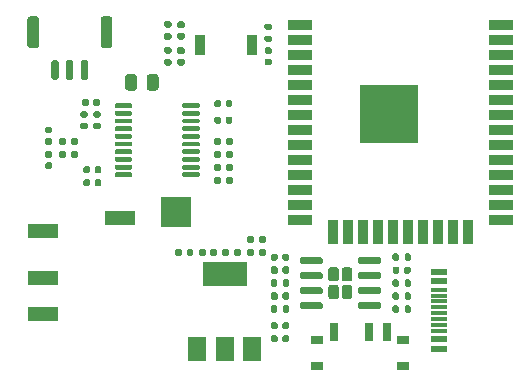
<source format=gbr>
%TF.GenerationSoftware,KiCad,Pcbnew,(5.1.8)-1*%
%TF.CreationDate,2021-11-13T22:26:41+08:00*%
%TF.ProjectId,wifiaudiorx,77696669-6175-4646-996f-72782e6b6963,rev?*%
%TF.SameCoordinates,Original*%
%TF.FileFunction,Paste,Top*%
%TF.FilePolarity,Positive*%
%FSLAX46Y46*%
G04 Gerber Fmt 4.6, Leading zero omitted, Abs format (unit mm)*
G04 Created by KiCad (PCBNEW (5.1.8)-1) date 2021-11-13 22:26:41*
%MOMM*%
%LPD*%
G01*
G04 APERTURE LIST*
%ADD10R,2.500000X1.200000*%
%ADD11R,0.900000X1.700000*%
%ADD12R,2.500000X2.500000*%
%ADD13R,1.450000X0.600000*%
%ADD14R,1.450000X0.300000*%
%ADD15R,1.000000X0.800000*%
%ADD16R,0.700000X1.500000*%
%ADD17R,2.000000X0.900000*%
%ADD18R,0.900000X2.000000*%
%ADD19R,5.000000X5.000000*%
%ADD20R,1.500000X2.000000*%
%ADD21R,3.800000X2.000000*%
G04 APERTURE END LIST*
D10*
%TO.C,J1*%
X91850000Y-124875000D03*
X91850000Y-121875000D03*
X91850000Y-117875000D03*
X98350000Y-116775000D03*
%TD*%
%TO.C,R19*%
G36*
G01*
X106860000Y-113415000D02*
X106860000Y-113785000D01*
G75*
G02*
X106725000Y-113920000I-135000J0D01*
G01*
X106455000Y-113920000D01*
G75*
G02*
X106320000Y-113785000I0J135000D01*
G01*
X106320000Y-113415000D01*
G75*
G02*
X106455000Y-113280000I135000J0D01*
G01*
X106725000Y-113280000D01*
G75*
G02*
X106860000Y-113415000I0J-135000D01*
G01*
G37*
G36*
G01*
X107880000Y-113415000D02*
X107880000Y-113785000D01*
G75*
G02*
X107745000Y-113920000I-135000J0D01*
G01*
X107475000Y-113920000D01*
G75*
G02*
X107340000Y-113785000I0J135000D01*
G01*
X107340000Y-113415000D01*
G75*
G02*
X107475000Y-113280000I135000J0D01*
G01*
X107745000Y-113280000D01*
G75*
G02*
X107880000Y-113415000I0J-135000D01*
G01*
G37*
%TD*%
%TO.C,R14*%
G36*
G01*
X99800000Y-104849999D02*
X99800000Y-105750001D01*
G75*
G02*
X99550001Y-106000000I-249999J0D01*
G01*
X99024999Y-106000000D01*
G75*
G02*
X98775000Y-105750001I0J249999D01*
G01*
X98775000Y-104849999D01*
G75*
G02*
X99024999Y-104600000I249999J0D01*
G01*
X99550001Y-104600000D01*
G75*
G02*
X99800000Y-104849999I0J-249999D01*
G01*
G37*
G36*
G01*
X101625000Y-104849999D02*
X101625000Y-105750001D01*
G75*
G02*
X101375001Y-106000000I-249999J0D01*
G01*
X100849999Y-106000000D01*
G75*
G02*
X100600000Y-105750001I0J249999D01*
G01*
X100600000Y-104849999D01*
G75*
G02*
X100849999Y-104600000I249999J0D01*
G01*
X101375001Y-104600000D01*
G75*
G02*
X101625000Y-104849999I0J-249999D01*
G01*
G37*
%TD*%
%TO.C,R12*%
G36*
G01*
X93760000Y-110115000D02*
X93760000Y-110485000D01*
G75*
G02*
X93625000Y-110620000I-135000J0D01*
G01*
X93355000Y-110620000D01*
G75*
G02*
X93220000Y-110485000I0J135000D01*
G01*
X93220000Y-110115000D01*
G75*
G02*
X93355000Y-109980000I135000J0D01*
G01*
X93625000Y-109980000D01*
G75*
G02*
X93760000Y-110115000I0J-135000D01*
G01*
G37*
G36*
G01*
X94780000Y-110115000D02*
X94780000Y-110485000D01*
G75*
G02*
X94645000Y-110620000I-135000J0D01*
G01*
X94375000Y-110620000D01*
G75*
G02*
X94240000Y-110485000I0J135000D01*
G01*
X94240000Y-110115000D01*
G75*
G02*
X94375000Y-109980000I135000J0D01*
G01*
X94645000Y-109980000D01*
G75*
G02*
X94780000Y-110115000I0J-135000D01*
G01*
G37*
%TD*%
%TO.C,U2*%
G36*
G01*
X103625000Y-107375000D02*
X103625000Y-107175000D01*
G75*
G02*
X103725000Y-107075000I100000J0D01*
G01*
X105000000Y-107075000D01*
G75*
G02*
X105100000Y-107175000I0J-100000D01*
G01*
X105100000Y-107375000D01*
G75*
G02*
X105000000Y-107475000I-100000J0D01*
G01*
X103725000Y-107475000D01*
G75*
G02*
X103625000Y-107375000I0J100000D01*
G01*
G37*
G36*
G01*
X103625000Y-108025000D02*
X103625000Y-107825000D01*
G75*
G02*
X103725000Y-107725000I100000J0D01*
G01*
X105000000Y-107725000D01*
G75*
G02*
X105100000Y-107825000I0J-100000D01*
G01*
X105100000Y-108025000D01*
G75*
G02*
X105000000Y-108125000I-100000J0D01*
G01*
X103725000Y-108125000D01*
G75*
G02*
X103625000Y-108025000I0J100000D01*
G01*
G37*
G36*
G01*
X103625000Y-108675000D02*
X103625000Y-108475000D01*
G75*
G02*
X103725000Y-108375000I100000J0D01*
G01*
X105000000Y-108375000D01*
G75*
G02*
X105100000Y-108475000I0J-100000D01*
G01*
X105100000Y-108675000D01*
G75*
G02*
X105000000Y-108775000I-100000J0D01*
G01*
X103725000Y-108775000D01*
G75*
G02*
X103625000Y-108675000I0J100000D01*
G01*
G37*
G36*
G01*
X103625000Y-109325000D02*
X103625000Y-109125000D01*
G75*
G02*
X103725000Y-109025000I100000J0D01*
G01*
X105000000Y-109025000D01*
G75*
G02*
X105100000Y-109125000I0J-100000D01*
G01*
X105100000Y-109325000D01*
G75*
G02*
X105000000Y-109425000I-100000J0D01*
G01*
X103725000Y-109425000D01*
G75*
G02*
X103625000Y-109325000I0J100000D01*
G01*
G37*
G36*
G01*
X103625000Y-109975000D02*
X103625000Y-109775000D01*
G75*
G02*
X103725000Y-109675000I100000J0D01*
G01*
X105000000Y-109675000D01*
G75*
G02*
X105100000Y-109775000I0J-100000D01*
G01*
X105100000Y-109975000D01*
G75*
G02*
X105000000Y-110075000I-100000J0D01*
G01*
X103725000Y-110075000D01*
G75*
G02*
X103625000Y-109975000I0J100000D01*
G01*
G37*
G36*
G01*
X103625000Y-110625000D02*
X103625000Y-110425000D01*
G75*
G02*
X103725000Y-110325000I100000J0D01*
G01*
X105000000Y-110325000D01*
G75*
G02*
X105100000Y-110425000I0J-100000D01*
G01*
X105100000Y-110625000D01*
G75*
G02*
X105000000Y-110725000I-100000J0D01*
G01*
X103725000Y-110725000D01*
G75*
G02*
X103625000Y-110625000I0J100000D01*
G01*
G37*
G36*
G01*
X103625000Y-111275000D02*
X103625000Y-111075000D01*
G75*
G02*
X103725000Y-110975000I100000J0D01*
G01*
X105000000Y-110975000D01*
G75*
G02*
X105100000Y-111075000I0J-100000D01*
G01*
X105100000Y-111275000D01*
G75*
G02*
X105000000Y-111375000I-100000J0D01*
G01*
X103725000Y-111375000D01*
G75*
G02*
X103625000Y-111275000I0J100000D01*
G01*
G37*
G36*
G01*
X103625000Y-111925000D02*
X103625000Y-111725000D01*
G75*
G02*
X103725000Y-111625000I100000J0D01*
G01*
X105000000Y-111625000D01*
G75*
G02*
X105100000Y-111725000I0J-100000D01*
G01*
X105100000Y-111925000D01*
G75*
G02*
X105000000Y-112025000I-100000J0D01*
G01*
X103725000Y-112025000D01*
G75*
G02*
X103625000Y-111925000I0J100000D01*
G01*
G37*
G36*
G01*
X103625000Y-112575000D02*
X103625000Y-112375000D01*
G75*
G02*
X103725000Y-112275000I100000J0D01*
G01*
X105000000Y-112275000D01*
G75*
G02*
X105100000Y-112375000I0J-100000D01*
G01*
X105100000Y-112575000D01*
G75*
G02*
X105000000Y-112675000I-100000J0D01*
G01*
X103725000Y-112675000D01*
G75*
G02*
X103625000Y-112575000I0J100000D01*
G01*
G37*
G36*
G01*
X103625000Y-113225000D02*
X103625000Y-113025000D01*
G75*
G02*
X103725000Y-112925000I100000J0D01*
G01*
X105000000Y-112925000D01*
G75*
G02*
X105100000Y-113025000I0J-100000D01*
G01*
X105100000Y-113225000D01*
G75*
G02*
X105000000Y-113325000I-100000J0D01*
G01*
X103725000Y-113325000D01*
G75*
G02*
X103625000Y-113225000I0J100000D01*
G01*
G37*
G36*
G01*
X97900000Y-113225000D02*
X97900000Y-113025000D01*
G75*
G02*
X98000000Y-112925000I100000J0D01*
G01*
X99275000Y-112925000D01*
G75*
G02*
X99375000Y-113025000I0J-100000D01*
G01*
X99375000Y-113225000D01*
G75*
G02*
X99275000Y-113325000I-100000J0D01*
G01*
X98000000Y-113325000D01*
G75*
G02*
X97900000Y-113225000I0J100000D01*
G01*
G37*
G36*
G01*
X97900000Y-112575000D02*
X97900000Y-112375000D01*
G75*
G02*
X98000000Y-112275000I100000J0D01*
G01*
X99275000Y-112275000D01*
G75*
G02*
X99375000Y-112375000I0J-100000D01*
G01*
X99375000Y-112575000D01*
G75*
G02*
X99275000Y-112675000I-100000J0D01*
G01*
X98000000Y-112675000D01*
G75*
G02*
X97900000Y-112575000I0J100000D01*
G01*
G37*
G36*
G01*
X97900000Y-111925000D02*
X97900000Y-111725000D01*
G75*
G02*
X98000000Y-111625000I100000J0D01*
G01*
X99275000Y-111625000D01*
G75*
G02*
X99375000Y-111725000I0J-100000D01*
G01*
X99375000Y-111925000D01*
G75*
G02*
X99275000Y-112025000I-100000J0D01*
G01*
X98000000Y-112025000D01*
G75*
G02*
X97900000Y-111925000I0J100000D01*
G01*
G37*
G36*
G01*
X97900000Y-111275000D02*
X97900000Y-111075000D01*
G75*
G02*
X98000000Y-110975000I100000J0D01*
G01*
X99275000Y-110975000D01*
G75*
G02*
X99375000Y-111075000I0J-100000D01*
G01*
X99375000Y-111275000D01*
G75*
G02*
X99275000Y-111375000I-100000J0D01*
G01*
X98000000Y-111375000D01*
G75*
G02*
X97900000Y-111275000I0J100000D01*
G01*
G37*
G36*
G01*
X97900000Y-110625000D02*
X97900000Y-110425000D01*
G75*
G02*
X98000000Y-110325000I100000J0D01*
G01*
X99275000Y-110325000D01*
G75*
G02*
X99375000Y-110425000I0J-100000D01*
G01*
X99375000Y-110625000D01*
G75*
G02*
X99275000Y-110725000I-100000J0D01*
G01*
X98000000Y-110725000D01*
G75*
G02*
X97900000Y-110625000I0J100000D01*
G01*
G37*
G36*
G01*
X97900000Y-109975000D02*
X97900000Y-109775000D01*
G75*
G02*
X98000000Y-109675000I100000J0D01*
G01*
X99275000Y-109675000D01*
G75*
G02*
X99375000Y-109775000I0J-100000D01*
G01*
X99375000Y-109975000D01*
G75*
G02*
X99275000Y-110075000I-100000J0D01*
G01*
X98000000Y-110075000D01*
G75*
G02*
X97900000Y-109975000I0J100000D01*
G01*
G37*
G36*
G01*
X97900000Y-109325000D02*
X97900000Y-109125000D01*
G75*
G02*
X98000000Y-109025000I100000J0D01*
G01*
X99275000Y-109025000D01*
G75*
G02*
X99375000Y-109125000I0J-100000D01*
G01*
X99375000Y-109325000D01*
G75*
G02*
X99275000Y-109425000I-100000J0D01*
G01*
X98000000Y-109425000D01*
G75*
G02*
X97900000Y-109325000I0J100000D01*
G01*
G37*
G36*
G01*
X97900000Y-108675000D02*
X97900000Y-108475000D01*
G75*
G02*
X98000000Y-108375000I100000J0D01*
G01*
X99275000Y-108375000D01*
G75*
G02*
X99375000Y-108475000I0J-100000D01*
G01*
X99375000Y-108675000D01*
G75*
G02*
X99275000Y-108775000I-100000J0D01*
G01*
X98000000Y-108775000D01*
G75*
G02*
X97900000Y-108675000I0J100000D01*
G01*
G37*
G36*
G01*
X97900000Y-108025000D02*
X97900000Y-107825000D01*
G75*
G02*
X98000000Y-107725000I100000J0D01*
G01*
X99275000Y-107725000D01*
G75*
G02*
X99375000Y-107825000I0J-100000D01*
G01*
X99375000Y-108025000D01*
G75*
G02*
X99275000Y-108125000I-100000J0D01*
G01*
X98000000Y-108125000D01*
G75*
G02*
X97900000Y-108025000I0J100000D01*
G01*
G37*
G36*
G01*
X97900000Y-107375000D02*
X97900000Y-107175000D01*
G75*
G02*
X98000000Y-107075000I100000J0D01*
G01*
X99275000Y-107075000D01*
G75*
G02*
X99375000Y-107175000I0J-100000D01*
G01*
X99375000Y-107375000D01*
G75*
G02*
X99275000Y-107475000I-100000J0D01*
G01*
X98000000Y-107475000D01*
G75*
G02*
X97900000Y-107375000I0J100000D01*
G01*
G37*
%TD*%
%TO.C,R16*%
G36*
G01*
X102215000Y-101140000D02*
X102585000Y-101140000D01*
G75*
G02*
X102720000Y-101275000I0J-135000D01*
G01*
X102720000Y-101545000D01*
G75*
G02*
X102585000Y-101680000I-135000J0D01*
G01*
X102215000Y-101680000D01*
G75*
G02*
X102080000Y-101545000I0J135000D01*
G01*
X102080000Y-101275000D01*
G75*
G02*
X102215000Y-101140000I135000J0D01*
G01*
G37*
G36*
G01*
X102215000Y-100120000D02*
X102585000Y-100120000D01*
G75*
G02*
X102720000Y-100255000I0J-135000D01*
G01*
X102720000Y-100525000D01*
G75*
G02*
X102585000Y-100660000I-135000J0D01*
G01*
X102215000Y-100660000D01*
G75*
G02*
X102080000Y-100525000I0J135000D01*
G01*
X102080000Y-100255000D01*
G75*
G02*
X102215000Y-100120000I135000J0D01*
G01*
G37*
%TD*%
%TO.C,R15*%
G36*
G01*
X102585000Y-102860000D02*
X102215000Y-102860000D01*
G75*
G02*
X102080000Y-102725000I0J135000D01*
G01*
X102080000Y-102455000D01*
G75*
G02*
X102215000Y-102320000I135000J0D01*
G01*
X102585000Y-102320000D01*
G75*
G02*
X102720000Y-102455000I0J-135000D01*
G01*
X102720000Y-102725000D01*
G75*
G02*
X102585000Y-102860000I-135000J0D01*
G01*
G37*
G36*
G01*
X102585000Y-103880000D02*
X102215000Y-103880000D01*
G75*
G02*
X102080000Y-103745000I0J135000D01*
G01*
X102080000Y-103475000D01*
G75*
G02*
X102215000Y-103340000I135000J0D01*
G01*
X102585000Y-103340000D01*
G75*
G02*
X102720000Y-103475000I0J-135000D01*
G01*
X102720000Y-103745000D01*
G75*
G02*
X102585000Y-103880000I-135000J0D01*
G01*
G37*
%TD*%
%TO.C,R4*%
G36*
G01*
X109660000Y-118415000D02*
X109660000Y-118785000D01*
G75*
G02*
X109525000Y-118920000I-135000J0D01*
G01*
X109255000Y-118920000D01*
G75*
G02*
X109120000Y-118785000I0J135000D01*
G01*
X109120000Y-118415000D01*
G75*
G02*
X109255000Y-118280000I135000J0D01*
G01*
X109525000Y-118280000D01*
G75*
G02*
X109660000Y-118415000I0J-135000D01*
G01*
G37*
G36*
G01*
X110680000Y-118415000D02*
X110680000Y-118785000D01*
G75*
G02*
X110545000Y-118920000I-135000J0D01*
G01*
X110275000Y-118920000D01*
G75*
G02*
X110140000Y-118785000I0J135000D01*
G01*
X110140000Y-118415000D01*
G75*
G02*
X110275000Y-118280000I135000J0D01*
G01*
X110545000Y-118280000D01*
G75*
G02*
X110680000Y-118415000I0J-135000D01*
G01*
G37*
%TD*%
%TO.C,R3*%
G36*
G01*
X110715000Y-101340000D02*
X111085000Y-101340000D01*
G75*
G02*
X111220000Y-101475000I0J-135000D01*
G01*
X111220000Y-101745000D01*
G75*
G02*
X111085000Y-101880000I-135000J0D01*
G01*
X110715000Y-101880000D01*
G75*
G02*
X110580000Y-101745000I0J135000D01*
G01*
X110580000Y-101475000D01*
G75*
G02*
X110715000Y-101340000I135000J0D01*
G01*
G37*
G36*
G01*
X110715000Y-100320000D02*
X111085000Y-100320000D01*
G75*
G02*
X111220000Y-100455000I0J-135000D01*
G01*
X111220000Y-100725000D01*
G75*
G02*
X111085000Y-100860000I-135000J0D01*
G01*
X110715000Y-100860000D01*
G75*
G02*
X110580000Y-100725000I0J135000D01*
G01*
X110580000Y-100455000D01*
G75*
G02*
X110715000Y-100320000I135000J0D01*
G01*
G37*
%TD*%
%TO.C,D4*%
G36*
G01*
X103672500Y-100710000D02*
X103327500Y-100710000D01*
G75*
G02*
X103180000Y-100562500I0J147500D01*
G01*
X103180000Y-100267500D01*
G75*
G02*
X103327500Y-100120000I147500J0D01*
G01*
X103672500Y-100120000D01*
G75*
G02*
X103820000Y-100267500I0J-147500D01*
G01*
X103820000Y-100562500D01*
G75*
G02*
X103672500Y-100710000I-147500J0D01*
G01*
G37*
G36*
G01*
X103672500Y-101680000D02*
X103327500Y-101680000D01*
G75*
G02*
X103180000Y-101532500I0J147500D01*
G01*
X103180000Y-101237500D01*
G75*
G02*
X103327500Y-101090000I147500J0D01*
G01*
X103672500Y-101090000D01*
G75*
G02*
X103820000Y-101237500I0J-147500D01*
G01*
X103820000Y-101532500D01*
G75*
G02*
X103672500Y-101680000I-147500J0D01*
G01*
G37*
%TD*%
%TO.C,D3*%
G36*
G01*
X103327500Y-103290000D02*
X103672500Y-103290000D01*
G75*
G02*
X103820000Y-103437500I0J-147500D01*
G01*
X103820000Y-103732500D01*
G75*
G02*
X103672500Y-103880000I-147500J0D01*
G01*
X103327500Y-103880000D01*
G75*
G02*
X103180000Y-103732500I0J147500D01*
G01*
X103180000Y-103437500D01*
G75*
G02*
X103327500Y-103290000I147500J0D01*
G01*
G37*
G36*
G01*
X103327500Y-102320000D02*
X103672500Y-102320000D01*
G75*
G02*
X103820000Y-102467500I0J-147500D01*
G01*
X103820000Y-102762500D01*
G75*
G02*
X103672500Y-102910000I-147500J0D01*
G01*
X103327500Y-102910000D01*
G75*
G02*
X103180000Y-102762500I0J147500D01*
G01*
X103180000Y-102467500D01*
G75*
G02*
X103327500Y-102320000I147500J0D01*
G01*
G37*
%TD*%
%TO.C,C1*%
G36*
G01*
X110730000Y-103300000D02*
X111070000Y-103300000D01*
G75*
G02*
X111210000Y-103440000I0J-140000D01*
G01*
X111210000Y-103720000D01*
G75*
G02*
X111070000Y-103860000I-140000J0D01*
G01*
X110730000Y-103860000D01*
G75*
G02*
X110590000Y-103720000I0J140000D01*
G01*
X110590000Y-103440000D01*
G75*
G02*
X110730000Y-103300000I140000J0D01*
G01*
G37*
G36*
G01*
X110730000Y-102340000D02*
X111070000Y-102340000D01*
G75*
G02*
X111210000Y-102480000I0J-140000D01*
G01*
X111210000Y-102760000D01*
G75*
G02*
X111070000Y-102900000I-140000J0D01*
G01*
X110730000Y-102900000D01*
G75*
G02*
X110590000Y-102760000I0J140000D01*
G01*
X110590000Y-102480000D01*
G75*
G02*
X110730000Y-102340000I140000J0D01*
G01*
G37*
%TD*%
%TO.C,R8*%
G36*
G01*
X111660000Y-122115000D02*
X111660000Y-122485000D01*
G75*
G02*
X111525000Y-122620000I-135000J0D01*
G01*
X111255000Y-122620000D01*
G75*
G02*
X111120000Y-122485000I0J135000D01*
G01*
X111120000Y-122115000D01*
G75*
G02*
X111255000Y-121980000I135000J0D01*
G01*
X111525000Y-121980000D01*
G75*
G02*
X111660000Y-122115000I0J-135000D01*
G01*
G37*
G36*
G01*
X112680000Y-122115000D02*
X112680000Y-122485000D01*
G75*
G02*
X112545000Y-122620000I-135000J0D01*
G01*
X112275000Y-122620000D01*
G75*
G02*
X112140000Y-122485000I0J135000D01*
G01*
X112140000Y-122115000D01*
G75*
G02*
X112275000Y-121980000I135000J0D01*
G01*
X112545000Y-121980000D01*
G75*
G02*
X112680000Y-122115000I0J-135000D01*
G01*
G37*
%TD*%
%TO.C,R7*%
G36*
G01*
X122440000Y-123585000D02*
X122440000Y-123215000D01*
G75*
G02*
X122575000Y-123080000I135000J0D01*
G01*
X122845000Y-123080000D01*
G75*
G02*
X122980000Y-123215000I0J-135000D01*
G01*
X122980000Y-123585000D01*
G75*
G02*
X122845000Y-123720000I-135000J0D01*
G01*
X122575000Y-123720000D01*
G75*
G02*
X122440000Y-123585000I0J135000D01*
G01*
G37*
G36*
G01*
X121420000Y-123585000D02*
X121420000Y-123215000D01*
G75*
G02*
X121555000Y-123080000I135000J0D01*
G01*
X121825000Y-123080000D01*
G75*
G02*
X121960000Y-123215000I0J-135000D01*
G01*
X121960000Y-123585000D01*
G75*
G02*
X121825000Y-123720000I-135000J0D01*
G01*
X121555000Y-123720000D01*
G75*
G02*
X121420000Y-123585000I0J135000D01*
G01*
G37*
%TD*%
%TO.C,R6*%
G36*
G01*
X112140000Y-124685000D02*
X112140000Y-124315000D01*
G75*
G02*
X112275000Y-124180000I135000J0D01*
G01*
X112545000Y-124180000D01*
G75*
G02*
X112680000Y-124315000I0J-135000D01*
G01*
X112680000Y-124685000D01*
G75*
G02*
X112545000Y-124820000I-135000J0D01*
G01*
X112275000Y-124820000D01*
G75*
G02*
X112140000Y-124685000I0J135000D01*
G01*
G37*
G36*
G01*
X111120000Y-124685000D02*
X111120000Y-124315000D01*
G75*
G02*
X111255000Y-124180000I135000J0D01*
G01*
X111525000Y-124180000D01*
G75*
G02*
X111660000Y-124315000I0J-135000D01*
G01*
X111660000Y-124685000D01*
G75*
G02*
X111525000Y-124820000I-135000J0D01*
G01*
X111255000Y-124820000D01*
G75*
G02*
X111120000Y-124685000I0J135000D01*
G01*
G37*
%TD*%
%TO.C,R5*%
G36*
G01*
X122440000Y-120285000D02*
X122440000Y-119915000D01*
G75*
G02*
X122575000Y-119780000I135000J0D01*
G01*
X122845000Y-119780000D01*
G75*
G02*
X122980000Y-119915000I0J-135000D01*
G01*
X122980000Y-120285000D01*
G75*
G02*
X122845000Y-120420000I-135000J0D01*
G01*
X122575000Y-120420000D01*
G75*
G02*
X122440000Y-120285000I0J135000D01*
G01*
G37*
G36*
G01*
X121420000Y-120285000D02*
X121420000Y-119915000D01*
G75*
G02*
X121555000Y-119780000I135000J0D01*
G01*
X121825000Y-119780000D01*
G75*
G02*
X121960000Y-119915000I0J-135000D01*
G01*
X121960000Y-120285000D01*
G75*
G02*
X121825000Y-120420000I-135000J0D01*
G01*
X121555000Y-120420000D01*
G75*
G02*
X121420000Y-120285000I0J135000D01*
G01*
G37*
%TD*%
%TO.C,D2*%
G36*
G01*
X111710000Y-121027500D02*
X111710000Y-121372500D01*
G75*
G02*
X111562500Y-121520000I-147500J0D01*
G01*
X111267500Y-121520000D01*
G75*
G02*
X111120000Y-121372500I0J147500D01*
G01*
X111120000Y-121027500D01*
G75*
G02*
X111267500Y-120880000I147500J0D01*
G01*
X111562500Y-120880000D01*
G75*
G02*
X111710000Y-121027500I0J-147500D01*
G01*
G37*
G36*
G01*
X112680000Y-121027500D02*
X112680000Y-121372500D01*
G75*
G02*
X112532500Y-121520000I-147500J0D01*
G01*
X112237500Y-121520000D01*
G75*
G02*
X112090000Y-121372500I0J147500D01*
G01*
X112090000Y-121027500D01*
G75*
G02*
X112237500Y-120880000I147500J0D01*
G01*
X112532500Y-120880000D01*
G75*
G02*
X112680000Y-121027500I0J-147500D01*
G01*
G37*
%TD*%
%TO.C,D1*%
G36*
G01*
X111710000Y-123227500D02*
X111710000Y-123572500D01*
G75*
G02*
X111562500Y-123720000I-147500J0D01*
G01*
X111267500Y-123720000D01*
G75*
G02*
X111120000Y-123572500I0J147500D01*
G01*
X111120000Y-123227500D01*
G75*
G02*
X111267500Y-123080000I147500J0D01*
G01*
X111562500Y-123080000D01*
G75*
G02*
X111710000Y-123227500I0J-147500D01*
G01*
G37*
G36*
G01*
X112680000Y-123227500D02*
X112680000Y-123572500D01*
G75*
G02*
X112532500Y-123720000I-147500J0D01*
G01*
X112237500Y-123720000D01*
G75*
G02*
X112090000Y-123572500I0J147500D01*
G01*
X112090000Y-123227500D01*
G75*
G02*
X112237500Y-123080000I147500J0D01*
G01*
X112532500Y-123080000D01*
G75*
G02*
X112680000Y-123227500I0J-147500D01*
G01*
G37*
%TD*%
%TO.C,C5*%
G36*
G01*
X111700000Y-119930000D02*
X111700000Y-120270000D01*
G75*
G02*
X111560000Y-120410000I-140000J0D01*
G01*
X111280000Y-120410000D01*
G75*
G02*
X111140000Y-120270000I0J140000D01*
G01*
X111140000Y-119930000D01*
G75*
G02*
X111280000Y-119790000I140000J0D01*
G01*
X111560000Y-119790000D01*
G75*
G02*
X111700000Y-119930000I0J-140000D01*
G01*
G37*
G36*
G01*
X112660000Y-119930000D02*
X112660000Y-120270000D01*
G75*
G02*
X112520000Y-120410000I-140000J0D01*
G01*
X112240000Y-120410000D01*
G75*
G02*
X112100000Y-120270000I0J140000D01*
G01*
X112100000Y-119930000D01*
G75*
G02*
X112240000Y-119790000I140000J0D01*
G01*
X112520000Y-119790000D01*
G75*
G02*
X112660000Y-119930000I0J-140000D01*
G01*
G37*
%TD*%
%TO.C,C4*%
G36*
G01*
X122400000Y-121370000D02*
X122400000Y-121030000D01*
G75*
G02*
X122540000Y-120890000I140000J0D01*
G01*
X122820000Y-120890000D01*
G75*
G02*
X122960000Y-121030000I0J-140000D01*
G01*
X122960000Y-121370000D01*
G75*
G02*
X122820000Y-121510000I-140000J0D01*
G01*
X122540000Y-121510000D01*
G75*
G02*
X122400000Y-121370000I0J140000D01*
G01*
G37*
G36*
G01*
X121440000Y-121370000D02*
X121440000Y-121030000D01*
G75*
G02*
X121580000Y-120890000I140000J0D01*
G01*
X121860000Y-120890000D01*
G75*
G02*
X122000000Y-121030000I0J-140000D01*
G01*
X122000000Y-121370000D01*
G75*
G02*
X121860000Y-121510000I-140000J0D01*
G01*
X121580000Y-121510000D01*
G75*
G02*
X121440000Y-121370000I0J140000D01*
G01*
G37*
%TD*%
%TO.C,R2*%
G36*
G01*
X121960000Y-122115000D02*
X121960000Y-122485000D01*
G75*
G02*
X121825000Y-122620000I-135000J0D01*
G01*
X121555000Y-122620000D01*
G75*
G02*
X121420000Y-122485000I0J135000D01*
G01*
X121420000Y-122115000D01*
G75*
G02*
X121555000Y-121980000I135000J0D01*
G01*
X121825000Y-121980000D01*
G75*
G02*
X121960000Y-122115000I0J-135000D01*
G01*
G37*
G36*
G01*
X122980000Y-122115000D02*
X122980000Y-122485000D01*
G75*
G02*
X122845000Y-122620000I-135000J0D01*
G01*
X122575000Y-122620000D01*
G75*
G02*
X122440000Y-122485000I0J135000D01*
G01*
X122440000Y-122115000D01*
G75*
G02*
X122575000Y-121980000I135000J0D01*
G01*
X122845000Y-121980000D01*
G75*
G02*
X122980000Y-122115000I0J-135000D01*
G01*
G37*
%TD*%
%TO.C,R1*%
G36*
G01*
X122440000Y-124685000D02*
X122440000Y-124315000D01*
G75*
G02*
X122575000Y-124180000I135000J0D01*
G01*
X122845000Y-124180000D01*
G75*
G02*
X122980000Y-124315000I0J-135000D01*
G01*
X122980000Y-124685000D01*
G75*
G02*
X122845000Y-124820000I-135000J0D01*
G01*
X122575000Y-124820000D01*
G75*
G02*
X122440000Y-124685000I0J135000D01*
G01*
G37*
G36*
G01*
X121420000Y-124685000D02*
X121420000Y-124315000D01*
G75*
G02*
X121555000Y-124180000I135000J0D01*
G01*
X121825000Y-124180000D01*
G75*
G02*
X121960000Y-124315000I0J-135000D01*
G01*
X121960000Y-124685000D01*
G75*
G02*
X121825000Y-124820000I-135000J0D01*
G01*
X121555000Y-124820000D01*
G75*
G02*
X121420000Y-124685000I0J135000D01*
G01*
G37*
%TD*%
%TO.C,J2*%
G36*
G01*
X91500000Y-99950000D02*
X91500000Y-102150000D01*
G75*
G02*
X91250000Y-102400000I-250000J0D01*
G01*
X90750000Y-102400000D01*
G75*
G02*
X90500000Y-102150000I0J250000D01*
G01*
X90500000Y-99950000D01*
G75*
G02*
X90750000Y-99700000I250000J0D01*
G01*
X91250000Y-99700000D01*
G75*
G02*
X91500000Y-99950000I0J-250000D01*
G01*
G37*
G36*
G01*
X97700000Y-99950000D02*
X97700000Y-102150000D01*
G75*
G02*
X97450000Y-102400000I-250000J0D01*
G01*
X96950000Y-102400000D01*
G75*
G02*
X96700000Y-102150000I0J250000D01*
G01*
X96700000Y-99950000D01*
G75*
G02*
X96950000Y-99700000I250000J0D01*
G01*
X97450000Y-99700000D01*
G75*
G02*
X97700000Y-99950000I0J-250000D01*
G01*
G37*
G36*
G01*
X93150000Y-103550000D02*
X93150000Y-104950000D01*
G75*
G02*
X93000000Y-105100000I-150000J0D01*
G01*
X92700000Y-105100000D01*
G75*
G02*
X92550000Y-104950000I0J150000D01*
G01*
X92550000Y-103550000D01*
G75*
G02*
X92700000Y-103400000I150000J0D01*
G01*
X93000000Y-103400000D01*
G75*
G02*
X93150000Y-103550000I0J-150000D01*
G01*
G37*
G36*
G01*
X94400000Y-103550000D02*
X94400000Y-104950000D01*
G75*
G02*
X94250000Y-105100000I-150000J0D01*
G01*
X93950000Y-105100000D01*
G75*
G02*
X93800000Y-104950000I0J150000D01*
G01*
X93800000Y-103550000D01*
G75*
G02*
X93950000Y-103400000I150000J0D01*
G01*
X94250000Y-103400000D01*
G75*
G02*
X94400000Y-103550000I0J-150000D01*
G01*
G37*
G36*
G01*
X95650000Y-103550000D02*
X95650000Y-104950000D01*
G75*
G02*
X95500000Y-105100000I-150000J0D01*
G01*
X95200000Y-105100000D01*
G75*
G02*
X95050000Y-104950000I0J150000D01*
G01*
X95050000Y-103550000D01*
G75*
G02*
X95200000Y-103400000I150000J0D01*
G01*
X95500000Y-103400000D01*
G75*
G02*
X95650000Y-103550000I0J-150000D01*
G01*
G37*
%TD*%
%TO.C,R18*%
G36*
G01*
X110140000Y-119885000D02*
X110140000Y-119515000D01*
G75*
G02*
X110275000Y-119380000I135000J0D01*
G01*
X110545000Y-119380000D01*
G75*
G02*
X110680000Y-119515000I0J-135000D01*
G01*
X110680000Y-119885000D01*
G75*
G02*
X110545000Y-120020000I-135000J0D01*
G01*
X110275000Y-120020000D01*
G75*
G02*
X110140000Y-119885000I0J135000D01*
G01*
G37*
G36*
G01*
X109120000Y-119885000D02*
X109120000Y-119515000D01*
G75*
G02*
X109255000Y-119380000I135000J0D01*
G01*
X109525000Y-119380000D01*
G75*
G02*
X109660000Y-119515000I0J-135000D01*
G01*
X109660000Y-119885000D01*
G75*
G02*
X109525000Y-120020000I-135000J0D01*
G01*
X109255000Y-120020000D01*
G75*
G02*
X109120000Y-119885000I0J135000D01*
G01*
G37*
%TD*%
%TO.C,R17*%
G36*
G01*
X108040000Y-119885000D02*
X108040000Y-119515000D01*
G75*
G02*
X108175000Y-119380000I135000J0D01*
G01*
X108445000Y-119380000D01*
G75*
G02*
X108580000Y-119515000I0J-135000D01*
G01*
X108580000Y-119885000D01*
G75*
G02*
X108445000Y-120020000I-135000J0D01*
G01*
X108175000Y-120020000D01*
G75*
G02*
X108040000Y-119885000I0J135000D01*
G01*
G37*
G36*
G01*
X107020000Y-119885000D02*
X107020000Y-119515000D01*
G75*
G02*
X107155000Y-119380000I135000J0D01*
G01*
X107425000Y-119380000D01*
G75*
G02*
X107560000Y-119515000I0J-135000D01*
G01*
X107560000Y-119885000D01*
G75*
G02*
X107425000Y-120020000I-135000J0D01*
G01*
X107155000Y-120020000D01*
G75*
G02*
X107020000Y-119885000I0J135000D01*
G01*
G37*
%TD*%
%TO.C,C7*%
G36*
G01*
X103600000Y-119530000D02*
X103600000Y-119870000D01*
G75*
G02*
X103460000Y-120010000I-140000J0D01*
G01*
X103180000Y-120010000D01*
G75*
G02*
X103040000Y-119870000I0J140000D01*
G01*
X103040000Y-119530000D01*
G75*
G02*
X103180000Y-119390000I140000J0D01*
G01*
X103460000Y-119390000D01*
G75*
G02*
X103600000Y-119530000I0J-140000D01*
G01*
G37*
G36*
G01*
X104560000Y-119530000D02*
X104560000Y-119870000D01*
G75*
G02*
X104420000Y-120010000I-140000J0D01*
G01*
X104140000Y-120010000D01*
G75*
G02*
X104000000Y-119870000I0J140000D01*
G01*
X104000000Y-119530000D01*
G75*
G02*
X104140000Y-119390000I140000J0D01*
G01*
X104420000Y-119390000D01*
G75*
G02*
X104560000Y-119530000I0J-140000D01*
G01*
G37*
%TD*%
%TO.C,C6*%
G36*
G01*
X111700000Y-126830000D02*
X111700000Y-127170000D01*
G75*
G02*
X111560000Y-127310000I-140000J0D01*
G01*
X111280000Y-127310000D01*
G75*
G02*
X111140000Y-127170000I0J140000D01*
G01*
X111140000Y-126830000D01*
G75*
G02*
X111280000Y-126690000I140000J0D01*
G01*
X111560000Y-126690000D01*
G75*
G02*
X111700000Y-126830000I0J-140000D01*
G01*
G37*
G36*
G01*
X112660000Y-126830000D02*
X112660000Y-127170000D01*
G75*
G02*
X112520000Y-127310000I-140000J0D01*
G01*
X112240000Y-127310000D01*
G75*
G02*
X112100000Y-127170000I0J140000D01*
G01*
X112100000Y-126830000D01*
G75*
G02*
X112240000Y-126690000I140000J0D01*
G01*
X112520000Y-126690000D01*
G75*
G02*
X112660000Y-126830000I0J-140000D01*
G01*
G37*
%TD*%
%TO.C,C3*%
G36*
G01*
X106000000Y-119870000D02*
X106000000Y-119530000D01*
G75*
G02*
X106140000Y-119390000I140000J0D01*
G01*
X106420000Y-119390000D01*
G75*
G02*
X106560000Y-119530000I0J-140000D01*
G01*
X106560000Y-119870000D01*
G75*
G02*
X106420000Y-120010000I-140000J0D01*
G01*
X106140000Y-120010000D01*
G75*
G02*
X106000000Y-119870000I0J140000D01*
G01*
G37*
G36*
G01*
X105040000Y-119870000D02*
X105040000Y-119530000D01*
G75*
G02*
X105180000Y-119390000I140000J0D01*
G01*
X105460000Y-119390000D01*
G75*
G02*
X105600000Y-119530000I0J-140000D01*
G01*
X105600000Y-119870000D01*
G75*
G02*
X105460000Y-120010000I-140000J0D01*
G01*
X105180000Y-120010000D01*
G75*
G02*
X105040000Y-119870000I0J140000D01*
G01*
G37*
%TD*%
%TO.C,C2*%
G36*
G01*
X111700000Y-125730000D02*
X111700000Y-126070000D01*
G75*
G02*
X111560000Y-126210000I-140000J0D01*
G01*
X111280000Y-126210000D01*
G75*
G02*
X111140000Y-126070000I0J140000D01*
G01*
X111140000Y-125730000D01*
G75*
G02*
X111280000Y-125590000I140000J0D01*
G01*
X111560000Y-125590000D01*
G75*
G02*
X111700000Y-125730000I0J-140000D01*
G01*
G37*
G36*
G01*
X112660000Y-125730000D02*
X112660000Y-126070000D01*
G75*
G02*
X112520000Y-126210000I-140000J0D01*
G01*
X112240000Y-126210000D01*
G75*
G02*
X112100000Y-126070000I0J140000D01*
G01*
X112100000Y-125730000D01*
G75*
G02*
X112240000Y-125590000I140000J0D01*
G01*
X112520000Y-125590000D01*
G75*
G02*
X112660000Y-125730000I0J-140000D01*
G01*
G37*
%TD*%
%TO.C,R13*%
G36*
G01*
X93760000Y-111215000D02*
X93760000Y-111585000D01*
G75*
G02*
X93625000Y-111720000I-135000J0D01*
G01*
X93355000Y-111720000D01*
G75*
G02*
X93220000Y-111585000I0J135000D01*
G01*
X93220000Y-111215000D01*
G75*
G02*
X93355000Y-111080000I135000J0D01*
G01*
X93625000Y-111080000D01*
G75*
G02*
X93760000Y-111215000I0J-135000D01*
G01*
G37*
G36*
G01*
X94780000Y-111215000D02*
X94780000Y-111585000D01*
G75*
G02*
X94645000Y-111720000I-135000J0D01*
G01*
X94375000Y-111720000D01*
G75*
G02*
X94240000Y-111585000I0J135000D01*
G01*
X94240000Y-111215000D01*
G75*
G02*
X94375000Y-111080000I135000J0D01*
G01*
X94645000Y-111080000D01*
G75*
G02*
X94780000Y-111215000I0J-135000D01*
G01*
G37*
%TD*%
%TO.C,R11*%
G36*
G01*
X106860000Y-110115000D02*
X106860000Y-110485000D01*
G75*
G02*
X106725000Y-110620000I-135000J0D01*
G01*
X106455000Y-110620000D01*
G75*
G02*
X106320000Y-110485000I0J135000D01*
G01*
X106320000Y-110115000D01*
G75*
G02*
X106455000Y-109980000I135000J0D01*
G01*
X106725000Y-109980000D01*
G75*
G02*
X106860000Y-110115000I0J-135000D01*
G01*
G37*
G36*
G01*
X107880000Y-110115000D02*
X107880000Y-110485000D01*
G75*
G02*
X107745000Y-110620000I-135000J0D01*
G01*
X107475000Y-110620000D01*
G75*
G02*
X107340000Y-110485000I0J135000D01*
G01*
X107340000Y-110115000D01*
G75*
G02*
X107475000Y-109980000I135000J0D01*
G01*
X107745000Y-109980000D01*
G75*
G02*
X107880000Y-110115000I0J-135000D01*
G01*
G37*
%TD*%
%TO.C,R10*%
G36*
G01*
X107340000Y-111585000D02*
X107340000Y-111215000D01*
G75*
G02*
X107475000Y-111080000I135000J0D01*
G01*
X107745000Y-111080000D01*
G75*
G02*
X107880000Y-111215000I0J-135000D01*
G01*
X107880000Y-111585000D01*
G75*
G02*
X107745000Y-111720000I-135000J0D01*
G01*
X107475000Y-111720000D01*
G75*
G02*
X107340000Y-111585000I0J135000D01*
G01*
G37*
G36*
G01*
X106320000Y-111585000D02*
X106320000Y-111215000D01*
G75*
G02*
X106455000Y-111080000I135000J0D01*
G01*
X106725000Y-111080000D01*
G75*
G02*
X106860000Y-111215000I0J-135000D01*
G01*
X106860000Y-111585000D01*
G75*
G02*
X106725000Y-111720000I-135000J0D01*
G01*
X106455000Y-111720000D01*
G75*
G02*
X106320000Y-111585000I0J135000D01*
G01*
G37*
%TD*%
%TO.C,R9*%
G36*
G01*
X106860000Y-112315000D02*
X106860000Y-112685000D01*
G75*
G02*
X106725000Y-112820000I-135000J0D01*
G01*
X106455000Y-112820000D01*
G75*
G02*
X106320000Y-112685000I0J135000D01*
G01*
X106320000Y-112315000D01*
G75*
G02*
X106455000Y-112180000I135000J0D01*
G01*
X106725000Y-112180000D01*
G75*
G02*
X106860000Y-112315000I0J-135000D01*
G01*
G37*
G36*
G01*
X107880000Y-112315000D02*
X107880000Y-112685000D01*
G75*
G02*
X107745000Y-112820000I-135000J0D01*
G01*
X107475000Y-112820000D01*
G75*
G02*
X107340000Y-112685000I0J135000D01*
G01*
X107340000Y-112315000D01*
G75*
G02*
X107475000Y-112180000I135000J0D01*
G01*
X107745000Y-112180000D01*
G75*
G02*
X107880000Y-112315000I0J-135000D01*
G01*
G37*
%TD*%
%TO.C,C16*%
G36*
G01*
X95470000Y-108300000D02*
X95130000Y-108300000D01*
G75*
G02*
X94990000Y-108160000I0J140000D01*
G01*
X94990000Y-107880000D01*
G75*
G02*
X95130000Y-107740000I140000J0D01*
G01*
X95470000Y-107740000D01*
G75*
G02*
X95610000Y-107880000I0J-140000D01*
G01*
X95610000Y-108160000D01*
G75*
G02*
X95470000Y-108300000I-140000J0D01*
G01*
G37*
G36*
G01*
X95470000Y-109260000D02*
X95130000Y-109260000D01*
G75*
G02*
X94990000Y-109120000I0J140000D01*
G01*
X94990000Y-108840000D01*
G75*
G02*
X95130000Y-108700000I140000J0D01*
G01*
X95470000Y-108700000D01*
G75*
G02*
X95610000Y-108840000I0J-140000D01*
G01*
X95610000Y-109120000D01*
G75*
G02*
X95470000Y-109260000I-140000J0D01*
G01*
G37*
%TD*%
%TO.C,C15*%
G36*
G01*
X106900000Y-108330000D02*
X106900000Y-108670000D01*
G75*
G02*
X106760000Y-108810000I-140000J0D01*
G01*
X106480000Y-108810000D01*
G75*
G02*
X106340000Y-108670000I0J140000D01*
G01*
X106340000Y-108330000D01*
G75*
G02*
X106480000Y-108190000I140000J0D01*
G01*
X106760000Y-108190000D01*
G75*
G02*
X106900000Y-108330000I0J-140000D01*
G01*
G37*
G36*
G01*
X107860000Y-108330000D02*
X107860000Y-108670000D01*
G75*
G02*
X107720000Y-108810000I-140000J0D01*
G01*
X107440000Y-108810000D01*
G75*
G02*
X107300000Y-108670000I0J140000D01*
G01*
X107300000Y-108330000D01*
G75*
G02*
X107440000Y-108190000I140000J0D01*
G01*
X107720000Y-108190000D01*
G75*
G02*
X107860000Y-108330000I0J-140000D01*
G01*
G37*
%TD*%
%TO.C,C14*%
G36*
G01*
X96230000Y-108700000D02*
X96570000Y-108700000D01*
G75*
G02*
X96710000Y-108840000I0J-140000D01*
G01*
X96710000Y-109120000D01*
G75*
G02*
X96570000Y-109260000I-140000J0D01*
G01*
X96230000Y-109260000D01*
G75*
G02*
X96090000Y-109120000I0J140000D01*
G01*
X96090000Y-108840000D01*
G75*
G02*
X96230000Y-108700000I140000J0D01*
G01*
G37*
G36*
G01*
X96230000Y-107740000D02*
X96570000Y-107740000D01*
G75*
G02*
X96710000Y-107880000I0J-140000D01*
G01*
X96710000Y-108160000D01*
G75*
G02*
X96570000Y-108300000I-140000J0D01*
G01*
X96230000Y-108300000D01*
G75*
G02*
X96090000Y-108160000I0J140000D01*
G01*
X96090000Y-107880000D01*
G75*
G02*
X96230000Y-107740000I140000J0D01*
G01*
G37*
%TD*%
%TO.C,C13*%
G36*
G01*
X92470000Y-111680000D02*
X92130000Y-111680000D01*
G75*
G02*
X91990000Y-111540000I0J140000D01*
G01*
X91990000Y-111260000D01*
G75*
G02*
X92130000Y-111120000I140000J0D01*
G01*
X92470000Y-111120000D01*
G75*
G02*
X92610000Y-111260000I0J-140000D01*
G01*
X92610000Y-111540000D01*
G75*
G02*
X92470000Y-111680000I-140000J0D01*
G01*
G37*
G36*
G01*
X92470000Y-112640000D02*
X92130000Y-112640000D01*
G75*
G02*
X91990000Y-112500000I0J140000D01*
G01*
X91990000Y-112220000D01*
G75*
G02*
X92130000Y-112080000I140000J0D01*
G01*
X92470000Y-112080000D01*
G75*
G02*
X92610000Y-112220000I0J-140000D01*
G01*
X92610000Y-112500000D01*
G75*
G02*
X92470000Y-112640000I-140000J0D01*
G01*
G37*
%TD*%
%TO.C,C12*%
G36*
G01*
X92130000Y-110000000D02*
X92470000Y-110000000D01*
G75*
G02*
X92610000Y-110140000I0J-140000D01*
G01*
X92610000Y-110420000D01*
G75*
G02*
X92470000Y-110560000I-140000J0D01*
G01*
X92130000Y-110560000D01*
G75*
G02*
X91990000Y-110420000I0J140000D01*
G01*
X91990000Y-110140000D01*
G75*
G02*
X92130000Y-110000000I140000J0D01*
G01*
G37*
G36*
G01*
X92130000Y-109040000D02*
X92470000Y-109040000D01*
G75*
G02*
X92610000Y-109180000I0J-140000D01*
G01*
X92610000Y-109460000D01*
G75*
G02*
X92470000Y-109600000I-140000J0D01*
G01*
X92130000Y-109600000D01*
G75*
G02*
X91990000Y-109460000I0J140000D01*
G01*
X91990000Y-109180000D01*
G75*
G02*
X92130000Y-109040000I140000J0D01*
G01*
G37*
%TD*%
%TO.C,C11*%
G36*
G01*
X95800000Y-113630000D02*
X95800000Y-113970000D01*
G75*
G02*
X95660000Y-114110000I-140000J0D01*
G01*
X95380000Y-114110000D01*
G75*
G02*
X95240000Y-113970000I0J140000D01*
G01*
X95240000Y-113630000D01*
G75*
G02*
X95380000Y-113490000I140000J0D01*
G01*
X95660000Y-113490000D01*
G75*
G02*
X95800000Y-113630000I0J-140000D01*
G01*
G37*
G36*
G01*
X96760000Y-113630000D02*
X96760000Y-113970000D01*
G75*
G02*
X96620000Y-114110000I-140000J0D01*
G01*
X96340000Y-114110000D01*
G75*
G02*
X96200000Y-113970000I0J140000D01*
G01*
X96200000Y-113630000D01*
G75*
G02*
X96340000Y-113490000I140000J0D01*
G01*
X96620000Y-113490000D01*
G75*
G02*
X96760000Y-113630000I0J-140000D01*
G01*
G37*
%TD*%
%TO.C,C10*%
G36*
G01*
X107300000Y-107270000D02*
X107300000Y-106930000D01*
G75*
G02*
X107440000Y-106790000I140000J0D01*
G01*
X107720000Y-106790000D01*
G75*
G02*
X107860000Y-106930000I0J-140000D01*
G01*
X107860000Y-107270000D01*
G75*
G02*
X107720000Y-107410000I-140000J0D01*
G01*
X107440000Y-107410000D01*
G75*
G02*
X107300000Y-107270000I0J140000D01*
G01*
G37*
G36*
G01*
X106340000Y-107270000D02*
X106340000Y-106930000D01*
G75*
G02*
X106480000Y-106790000I140000J0D01*
G01*
X106760000Y-106790000D01*
G75*
G02*
X106900000Y-106930000I0J-140000D01*
G01*
X106900000Y-107270000D01*
G75*
G02*
X106760000Y-107410000I-140000J0D01*
G01*
X106480000Y-107410000D01*
G75*
G02*
X106340000Y-107270000I0J140000D01*
G01*
G37*
%TD*%
%TO.C,C9*%
G36*
G01*
X95700000Y-106830000D02*
X95700000Y-107170000D01*
G75*
G02*
X95560000Y-107310000I-140000J0D01*
G01*
X95280000Y-107310000D01*
G75*
G02*
X95140000Y-107170000I0J140000D01*
G01*
X95140000Y-106830000D01*
G75*
G02*
X95280000Y-106690000I140000J0D01*
G01*
X95560000Y-106690000D01*
G75*
G02*
X95700000Y-106830000I0J-140000D01*
G01*
G37*
G36*
G01*
X96660000Y-106830000D02*
X96660000Y-107170000D01*
G75*
G02*
X96520000Y-107310000I-140000J0D01*
G01*
X96240000Y-107310000D01*
G75*
G02*
X96100000Y-107170000I0J140000D01*
G01*
X96100000Y-106830000D01*
G75*
G02*
X96240000Y-106690000I140000J0D01*
G01*
X96520000Y-106690000D01*
G75*
G02*
X96660000Y-106830000I0J-140000D01*
G01*
G37*
%TD*%
%TO.C,C8*%
G36*
G01*
X95800000Y-112530000D02*
X95800000Y-112870000D01*
G75*
G02*
X95660000Y-113010000I-140000J0D01*
G01*
X95380000Y-113010000D01*
G75*
G02*
X95240000Y-112870000I0J140000D01*
G01*
X95240000Y-112530000D01*
G75*
G02*
X95380000Y-112390000I140000J0D01*
G01*
X95660000Y-112390000D01*
G75*
G02*
X95800000Y-112530000I0J-140000D01*
G01*
G37*
G36*
G01*
X96760000Y-112530000D02*
X96760000Y-112870000D01*
G75*
G02*
X96620000Y-113010000I-140000J0D01*
G01*
X96340000Y-113010000D01*
G75*
G02*
X96200000Y-112870000I0J140000D01*
G01*
X96200000Y-112530000D01*
G75*
G02*
X96340000Y-112390000I140000J0D01*
G01*
X96620000Y-112390000D01*
G75*
G02*
X96760000Y-112530000I0J-140000D01*
G01*
G37*
%TD*%
D11*
%TO.C,SW2*%
X109500000Y-102100000D03*
X105100000Y-102100000D03*
%TD*%
D12*
%TO.C,J7*%
X103100000Y-116300000D03*
%TD*%
D13*
%TO.C,J6*%
X125355000Y-121350000D03*
X125355000Y-122150000D03*
X125355000Y-127050000D03*
X125355000Y-127850000D03*
X125355000Y-127850000D03*
X125355000Y-127050000D03*
X125355000Y-122150000D03*
X125355000Y-121350000D03*
D14*
X125355000Y-126350000D03*
X125355000Y-125850000D03*
X125355000Y-125350000D03*
X125355000Y-124350000D03*
X125355000Y-123850000D03*
X125355000Y-123350000D03*
X125355000Y-122850000D03*
X125355000Y-124850000D03*
%TD*%
D15*
%TO.C,SW1*%
X115050000Y-127120000D03*
X122350000Y-127120000D03*
X122350000Y-129330000D03*
X115050000Y-129330000D03*
D16*
X120950000Y-126470000D03*
X119450000Y-126470000D03*
X116450000Y-126470000D03*
%TD*%
D17*
%TO.C,U1*%
X130600000Y-100445000D03*
X130600000Y-101715000D03*
X130600000Y-102985000D03*
X130600000Y-104255000D03*
X130600000Y-105525000D03*
X130600000Y-106795000D03*
X130600000Y-108065000D03*
X130600000Y-109335000D03*
X130600000Y-110605000D03*
X130600000Y-111875000D03*
X130600000Y-113145000D03*
X130600000Y-114415000D03*
X130600000Y-115685000D03*
X130600000Y-116955000D03*
D18*
X127815000Y-117955000D03*
X126545000Y-117955000D03*
X125275000Y-117955000D03*
X124005000Y-117955000D03*
X122735000Y-117955000D03*
X121465000Y-117955000D03*
X120195000Y-117955000D03*
X118925000Y-117955000D03*
X117655000Y-117955000D03*
X116385000Y-117955000D03*
D17*
X113600000Y-116955000D03*
X113600000Y-115685000D03*
X113600000Y-114415000D03*
X113600000Y-113145000D03*
X113600000Y-111875000D03*
X113600000Y-110605000D03*
X113600000Y-109335000D03*
X113600000Y-108065000D03*
X113600000Y-106795000D03*
X113600000Y-105525000D03*
X113600000Y-104255000D03*
X113600000Y-102985000D03*
X113600000Y-101715000D03*
X113600000Y-100445000D03*
D19*
X121100000Y-107945000D03*
%TD*%
D20*
%TO.C,U4*%
X104900000Y-127850000D03*
X109500000Y-127850000D03*
X107200000Y-127850000D03*
D21*
X107200000Y-121550000D03*
%TD*%
%TO.C,U3*%
G36*
G01*
X116890000Y-121175000D02*
X116890000Y-121925000D01*
G75*
G02*
X116660000Y-122155000I-230000J0D01*
G01*
X116200000Y-122155000D01*
G75*
G02*
X115970000Y-121925000I0J230000D01*
G01*
X115970000Y-121175000D01*
G75*
G02*
X116200000Y-120945000I230000J0D01*
G01*
X116660000Y-120945000D01*
G75*
G02*
X116890000Y-121175000I0J-230000D01*
G01*
G37*
G36*
G01*
X116890000Y-122675000D02*
X116890000Y-123425000D01*
G75*
G02*
X116660000Y-123655000I-230000J0D01*
G01*
X116200000Y-123655000D01*
G75*
G02*
X115970000Y-123425000I0J230000D01*
G01*
X115970000Y-122675000D01*
G75*
G02*
X116200000Y-122445000I230000J0D01*
G01*
X116660000Y-122445000D01*
G75*
G02*
X116890000Y-122675000I0J-230000D01*
G01*
G37*
G36*
G01*
X118030000Y-121175000D02*
X118030000Y-121925000D01*
G75*
G02*
X117800000Y-122155000I-230000J0D01*
G01*
X117340000Y-122155000D01*
G75*
G02*
X117110000Y-121925000I0J230000D01*
G01*
X117110000Y-121175000D01*
G75*
G02*
X117340000Y-120945000I230000J0D01*
G01*
X117800000Y-120945000D01*
G75*
G02*
X118030000Y-121175000I0J-230000D01*
G01*
G37*
G36*
G01*
X118030000Y-122675000D02*
X118030000Y-123425000D01*
G75*
G02*
X117800000Y-123655000I-230000J0D01*
G01*
X117340000Y-123655000D01*
G75*
G02*
X117110000Y-123425000I0J230000D01*
G01*
X117110000Y-122675000D01*
G75*
G02*
X117340000Y-122445000I230000J0D01*
G01*
X117800000Y-122445000D01*
G75*
G02*
X118030000Y-122675000I0J-230000D01*
G01*
G37*
G36*
G01*
X115500000Y-124055000D02*
X115500000Y-124355000D01*
G75*
G02*
X115350000Y-124505000I-150000J0D01*
G01*
X113700000Y-124505000D01*
G75*
G02*
X113550000Y-124355000I0J150000D01*
G01*
X113550000Y-124055000D01*
G75*
G02*
X113700000Y-123905000I150000J0D01*
G01*
X115350000Y-123905000D01*
G75*
G02*
X115500000Y-124055000I0J-150000D01*
G01*
G37*
G36*
G01*
X115500000Y-122785000D02*
X115500000Y-123085000D01*
G75*
G02*
X115350000Y-123235000I-150000J0D01*
G01*
X113700000Y-123235000D01*
G75*
G02*
X113550000Y-123085000I0J150000D01*
G01*
X113550000Y-122785000D01*
G75*
G02*
X113700000Y-122635000I150000J0D01*
G01*
X115350000Y-122635000D01*
G75*
G02*
X115500000Y-122785000I0J-150000D01*
G01*
G37*
G36*
G01*
X115500000Y-121515000D02*
X115500000Y-121815000D01*
G75*
G02*
X115350000Y-121965000I-150000J0D01*
G01*
X113700000Y-121965000D01*
G75*
G02*
X113550000Y-121815000I0J150000D01*
G01*
X113550000Y-121515000D01*
G75*
G02*
X113700000Y-121365000I150000J0D01*
G01*
X115350000Y-121365000D01*
G75*
G02*
X115500000Y-121515000I0J-150000D01*
G01*
G37*
G36*
G01*
X115500000Y-120245000D02*
X115500000Y-120545000D01*
G75*
G02*
X115350000Y-120695000I-150000J0D01*
G01*
X113700000Y-120695000D01*
G75*
G02*
X113550000Y-120545000I0J150000D01*
G01*
X113550000Y-120245000D01*
G75*
G02*
X113700000Y-120095000I150000J0D01*
G01*
X115350000Y-120095000D01*
G75*
G02*
X115500000Y-120245000I0J-150000D01*
G01*
G37*
G36*
G01*
X120450000Y-120245000D02*
X120450000Y-120545000D01*
G75*
G02*
X120300000Y-120695000I-150000J0D01*
G01*
X118650000Y-120695000D01*
G75*
G02*
X118500000Y-120545000I0J150000D01*
G01*
X118500000Y-120245000D01*
G75*
G02*
X118650000Y-120095000I150000J0D01*
G01*
X120300000Y-120095000D01*
G75*
G02*
X120450000Y-120245000I0J-150000D01*
G01*
G37*
G36*
G01*
X120450000Y-121515000D02*
X120450000Y-121815000D01*
G75*
G02*
X120300000Y-121965000I-150000J0D01*
G01*
X118650000Y-121965000D01*
G75*
G02*
X118500000Y-121815000I0J150000D01*
G01*
X118500000Y-121515000D01*
G75*
G02*
X118650000Y-121365000I150000J0D01*
G01*
X120300000Y-121365000D01*
G75*
G02*
X120450000Y-121515000I0J-150000D01*
G01*
G37*
G36*
G01*
X120450000Y-122785000D02*
X120450000Y-123085000D01*
G75*
G02*
X120300000Y-123235000I-150000J0D01*
G01*
X118650000Y-123235000D01*
G75*
G02*
X118500000Y-123085000I0J150000D01*
G01*
X118500000Y-122785000D01*
G75*
G02*
X118650000Y-122635000I150000J0D01*
G01*
X120300000Y-122635000D01*
G75*
G02*
X120450000Y-122785000I0J-150000D01*
G01*
G37*
G36*
G01*
X120450000Y-124055000D02*
X120450000Y-124355000D01*
G75*
G02*
X120300000Y-124505000I-150000J0D01*
G01*
X118650000Y-124505000D01*
G75*
G02*
X118500000Y-124355000I0J150000D01*
G01*
X118500000Y-124055000D01*
G75*
G02*
X118650000Y-123905000I150000J0D01*
G01*
X120300000Y-123905000D01*
G75*
G02*
X120450000Y-124055000I0J-150000D01*
G01*
G37*
%TD*%
M02*

</source>
